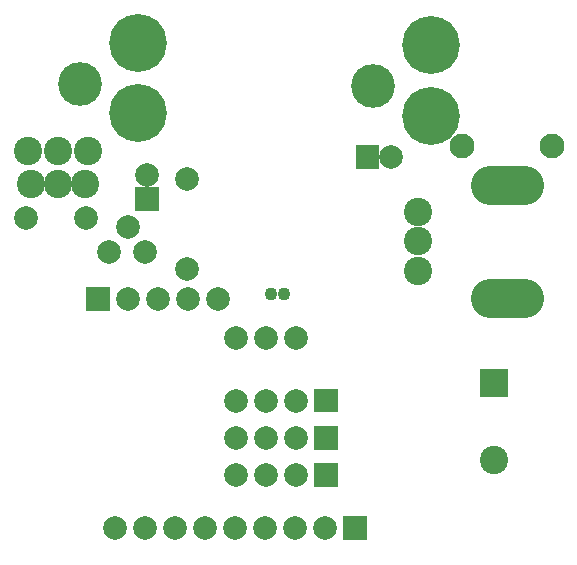
<source format=gbr>
%FSLAX34Y34*%
%MOMM*%
%LNSOLDERMASK_TOP*%
G71*
G01*
%ADD10C, 2.400*%
%ADD11C, 3.300*%
%ADD12C, 2.400*%
%ADD13C, 2.000*%
%ADD14C, 2.000*%
%ADD15C, 4.900*%
%ADD16C, 3.700*%
%ADD17C, 2.100*%
%ADD18C, 1.100*%
%LPD*%
X39119Y-164850D02*
G54D10*
D03*
X62019Y-164850D02*
G54D10*
D03*
X84919Y-164850D02*
G54D10*
D03*
X431033Y-397986D02*
G54D10*
D03*
G36*
X443033Y-320986D02*
X443033Y-344986D01*
X419033Y-344986D01*
X419033Y-320986D01*
X443033Y-320986D01*
G37*
G54D11*
X456402Y-260837D02*
X427402Y-260837D01*
G54D11*
X456402Y-165837D02*
X427402Y-165837D01*
X366902Y-213337D02*
G54D12*
D03*
X366902Y-238337D02*
G54D12*
D03*
X366902Y-188337D02*
G54D12*
D03*
X212453Y-348099D02*
G54D13*
D03*
X237853Y-348099D02*
G54D13*
D03*
X263254Y-348099D02*
G54D13*
D03*
G36*
X278653Y-358099D02*
X278653Y-338099D01*
X298653Y-338099D01*
X298653Y-358099D01*
X278653Y-358099D01*
G37*
X212441Y-379931D02*
G54D13*
D03*
X237842Y-379931D02*
G54D13*
D03*
X263242Y-379931D02*
G54D13*
D03*
G36*
X278642Y-389931D02*
X278642Y-369931D01*
X298642Y-369931D01*
X298642Y-389931D01*
X278642Y-389931D01*
G37*
X105033Y-221986D02*
G54D14*
D03*
X135989Y-221986D02*
G54D14*
D03*
X120907Y-201349D02*
G54D14*
D03*
X137080Y-157287D02*
G54D14*
D03*
G36*
X147079Y-167287D02*
X147079Y-187287D01*
X127079Y-187287D01*
X127079Y-167287D01*
X147079Y-167287D01*
G37*
X378122Y-46878D02*
G54D15*
D03*
X378122Y-106878D02*
G54D15*
D03*
X328322Y-81978D02*
G54D16*
D03*
G36*
X85698Y-272031D02*
X85698Y-252031D01*
X105698Y-252031D01*
X105698Y-272031D01*
X85698Y-272031D01*
G37*
X121098Y-262031D02*
G54D13*
D03*
X146499Y-262031D02*
G54D13*
D03*
X171898Y-262031D02*
G54D13*
D03*
X197298Y-262031D02*
G54D13*
D03*
X85491Y-193135D02*
G54D14*
D03*
X34691Y-193135D02*
G54D14*
D03*
X36522Y-136374D02*
G54D10*
D03*
X61922Y-136374D02*
G54D10*
D03*
X87322Y-136374D02*
G54D10*
D03*
X344033Y-141986D02*
G54D14*
D03*
G36*
X334033Y-151986D02*
X314033Y-151986D01*
X314033Y-131986D01*
X334033Y-131986D01*
X334033Y-151986D01*
G37*
G36*
X323196Y-445843D02*
X323196Y-465843D01*
X303196Y-465843D01*
X303196Y-445843D01*
X323196Y-445843D01*
G37*
X287796Y-455843D02*
G54D13*
D03*
X262396Y-455844D02*
G54D13*
D03*
X236996Y-455843D02*
G54D13*
D03*
X211596Y-455843D02*
G54D13*
D03*
X186196Y-455843D02*
G54D13*
D03*
X160796Y-455844D02*
G54D13*
D03*
X135396Y-455844D02*
G54D13*
D03*
X212453Y-411099D02*
G54D13*
D03*
X237853Y-411099D02*
G54D13*
D03*
X263254Y-411099D02*
G54D13*
D03*
G36*
X278653Y-421099D02*
X278653Y-401099D01*
X298653Y-401099D01*
X298653Y-421099D01*
X278653Y-421099D01*
G37*
X110033Y-455986D02*
G54D13*
D03*
X212454Y-295099D02*
G54D13*
D03*
X237853Y-295099D02*
G54D13*
D03*
X263253Y-295099D02*
G54D13*
D03*
X171552Y-160726D02*
G54D13*
D03*
X171552Y-236926D02*
G54D13*
D03*
X130122Y-44878D02*
G54D15*
D03*
X130122Y-104878D02*
G54D15*
D03*
X80322Y-79978D02*
G54D16*
D03*
X403625Y-132301D02*
G54D17*
D03*
X479825Y-132301D02*
G54D17*
D03*
X253033Y-257986D02*
G54D18*
D03*
X242033Y-257986D02*
G54D18*
D03*
M02*

</source>
